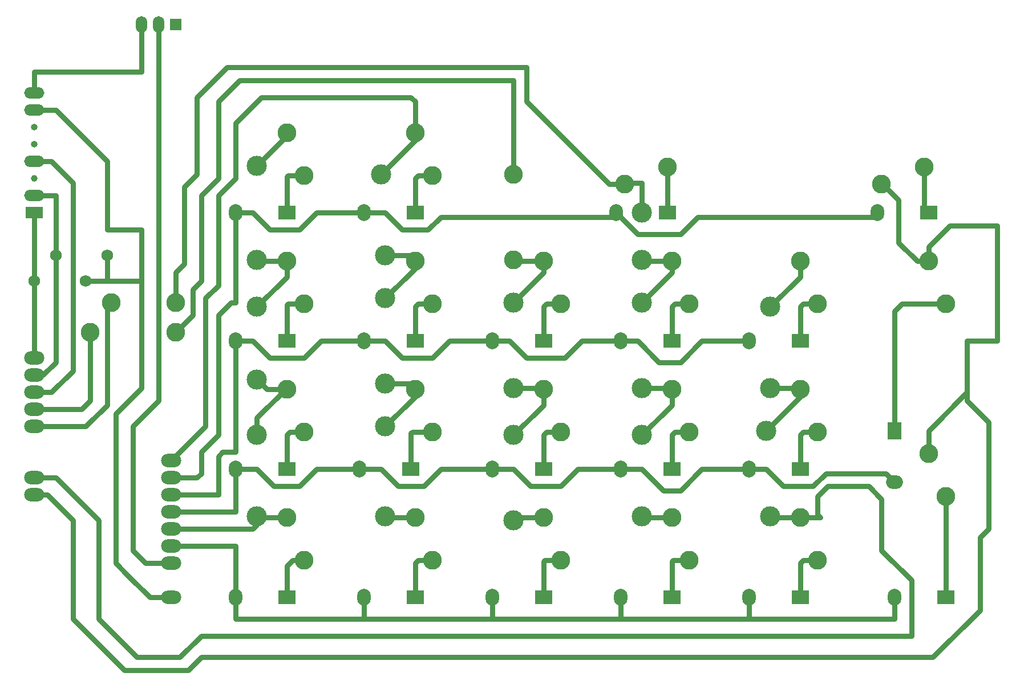
<source format=gbr>
G04 #@! TF.FileFunction,Copper,L2,Bot*
%FSLAX46Y46*%
G04 Gerber Fmt 4.6, Leading zero omitted, Abs format (unit mm)*
G04 Created by KiCad (PCBNEW 4.0.7) date 05/24/18 16:56:10*
%MOMM*%
%LPD*%
G01*
G04 APERTURE LIST*
%ADD10C,0.150000*%
%ADD11O,3.000000X2.000000*%
%ADD12R,2.500000X1.700000*%
%ADD13O,3.000000X1.700000*%
%ADD14C,1.000000*%
%ADD15O,1.000000X1.000000*%
%ADD16R,2.500000X2.000000*%
%ADD17O,2.000000X2.500000*%
%ADD18R,2.000000X2.500000*%
%ADD19O,2.500000X2.000000*%
%ADD20C,2.800000*%
%ADD21C,1.750000*%
%ADD22R,1.700000X1.700000*%
%ADD23O,1.700000X2.500000*%
%ADD24C,3.000000*%
%ADD25C,0.750000*%
G04 APERTURE END LIST*
D10*
D11*
X16510000Y-81915000D03*
X16510000Y-76835000D03*
X16510000Y-74295000D03*
X16510000Y-71755000D03*
X16510000Y-69215000D03*
X16510000Y-66675000D03*
X16510000Y-64135000D03*
X16510000Y-61595000D03*
X-3810000Y-46355000D03*
X-3810000Y-48895000D03*
X-3810000Y-51435000D03*
X-3810000Y-53975000D03*
X-3810000Y-56515000D03*
X-3810000Y-64135000D03*
X-3810000Y-66675000D03*
D12*
X-3810000Y-24765000D03*
D13*
X-3810000Y-22225000D03*
D14*
X-3810000Y-19685000D03*
D13*
X-3810000Y-17145000D03*
D15*
X-3810000Y-14605000D03*
X-3810000Y-12065000D03*
D13*
X-3810000Y-9525000D03*
X-3810000Y-6985000D03*
D16*
X33655000Y-81915000D03*
D17*
X26035000Y-81915000D03*
D16*
X33655000Y-62865000D03*
D17*
X26035000Y-62865000D03*
D16*
X33655000Y-43815000D03*
D17*
X26035000Y-43815000D03*
D16*
X33655000Y-24765000D03*
D17*
X26035000Y-24765000D03*
D16*
X52705000Y-81915000D03*
D17*
X45085000Y-81915000D03*
D16*
X52070000Y-62865000D03*
D17*
X44450000Y-62865000D03*
D16*
X52705000Y-43815000D03*
D17*
X45085000Y-43815000D03*
D16*
X52705000Y-24765000D03*
D17*
X45085000Y-24765000D03*
D16*
X71755000Y-81915000D03*
D17*
X64135000Y-81915000D03*
D16*
X71755000Y-62865000D03*
D17*
X64135000Y-62865000D03*
D16*
X71755000Y-43815000D03*
D17*
X64135000Y-43815000D03*
D16*
X90170000Y-24765000D03*
D17*
X82550000Y-24765000D03*
D16*
X90805000Y-81915000D03*
D17*
X83185000Y-81915000D03*
D16*
X90805000Y-62865000D03*
D17*
X83185000Y-62865000D03*
D16*
X90805000Y-43815000D03*
D17*
X83185000Y-43815000D03*
D16*
X109855000Y-81915000D03*
D17*
X102235000Y-81915000D03*
D16*
X109855000Y-62865000D03*
D17*
X102235000Y-62865000D03*
D16*
X109855000Y-43815000D03*
D17*
X102235000Y-43815000D03*
D16*
X128905000Y-24765000D03*
D17*
X121285000Y-24765000D03*
D16*
X131445000Y-81915000D03*
D17*
X123825000Y-81915000D03*
D18*
X123825000Y-57150000D03*
D19*
X123825000Y-64770000D03*
D20*
X33616500Y-70044500D03*
X36156500Y-76394500D03*
X33616500Y-50994500D03*
X36156500Y-57344500D03*
X33616500Y-31944500D03*
X36156500Y-38294500D03*
X33616500Y-12894500D03*
X36156500Y-19244500D03*
X52666500Y-70044500D03*
X55206500Y-76394500D03*
X52666500Y-50994500D03*
X55206500Y-57344500D03*
X52666500Y-31944500D03*
X55206500Y-38294500D03*
X52666500Y-12894500D03*
X55206500Y-19244500D03*
X71716500Y-70044500D03*
X74256500Y-76394500D03*
X71716500Y-50994500D03*
X74256500Y-57344500D03*
X71716500Y-31944500D03*
X74256500Y-38294500D03*
X83781500Y-20514500D03*
X90131500Y-17974500D03*
X90766500Y-70044500D03*
X93306500Y-76394500D03*
X90766500Y-50994500D03*
X93306500Y-57344500D03*
X90766500Y-31944500D03*
X93306500Y-38294500D03*
X109816500Y-70044500D03*
X112356500Y-76394500D03*
X109816500Y-50994500D03*
X112356500Y-57344500D03*
X109816500Y-31944500D03*
X112356500Y-38294500D03*
X121881500Y-20514500D03*
X128231500Y-17974500D03*
X128866500Y-60519500D03*
X131406500Y-66869500D03*
X128866500Y-31944500D03*
X131406500Y-38294500D03*
D21*
X-3810000Y-34925000D03*
X3810000Y-34925000D03*
X6985000Y-31115000D03*
X-635000Y-31115000D03*
D22*
X17145000Y3175000D03*
D23*
X14605000Y3175000D03*
X12065000Y3175000D03*
D24*
X29210000Y-17780000D03*
X29210000Y-31750000D03*
X29210000Y-38735000D03*
X29210000Y-49530000D03*
X29210000Y-57785000D03*
X29210000Y-69850000D03*
X48260000Y-56515000D03*
X48260000Y-69850000D03*
X48260000Y-50165000D03*
X48260000Y-37465000D03*
X48260000Y-31115000D03*
X47625000Y-19050000D03*
D20*
X67310000Y-19050000D03*
X67310000Y-31750000D03*
X4445000Y-42545000D03*
X17145000Y-42545000D03*
D24*
X67310000Y-57785000D03*
X67310000Y-70485000D03*
X67310000Y-50800000D03*
X67310000Y-38100000D03*
D20*
X7620000Y-38100000D03*
X17145000Y-38100000D03*
D24*
X86360000Y-24765000D03*
X86360000Y-31750000D03*
X86360000Y-57785000D03*
X86360000Y-69850000D03*
X86360000Y-50800000D03*
X86360000Y-38100000D03*
X104775000Y-57150000D03*
X105410000Y-69850000D03*
X105410000Y-50800000D03*
X105410000Y-38735000D03*
D25*
X14605000Y3175000D02*
X14605000Y-635000D01*
X11430000Y-75565000D02*
X12700000Y-76835000D01*
X12700000Y-76835000D02*
X15875000Y-76835000D01*
X15875000Y-76835000D02*
X16510000Y-76835000D01*
X10795000Y-56515000D02*
X14605000Y-52705000D01*
X10795000Y-74930000D02*
X10795000Y-56515000D01*
X11430000Y-75565000D02*
X10795000Y-74930000D01*
X14605000Y0D02*
X14605000Y-635000D01*
X14605000Y-635000D02*
X14605000Y-18415000D01*
X16510000Y-76835000D02*
X12700000Y-76835000D01*
X14605000Y-52705000D02*
X14605000Y-18415000D01*
X26035000Y-81915000D02*
X26035000Y-74295000D01*
X26035000Y-74295000D02*
X16510000Y-74295000D01*
X102235000Y-81915000D02*
X102235000Y-85090000D01*
X83185000Y-81915000D02*
X83185000Y-85090000D01*
X64135000Y-81915000D02*
X64135000Y-85090000D01*
X45085000Y-81915000D02*
X45085000Y-85090000D01*
X123825000Y-81915000D02*
X123825000Y-85090000D01*
X26035000Y-85090000D02*
X26035000Y-81915000D01*
X123825000Y-85090000D02*
X102235000Y-85090000D01*
X102235000Y-85090000D02*
X83185000Y-85090000D01*
X83185000Y-85090000D02*
X64135000Y-85090000D01*
X64135000Y-85090000D02*
X45085000Y-85090000D01*
X45085000Y-85090000D02*
X26035000Y-85090000D01*
X26035000Y-62865000D02*
X26035000Y-69215000D01*
X26035000Y-69215000D02*
X16510000Y-69215000D01*
X102235000Y-62865000D02*
X104775000Y-62865000D01*
X122555000Y-63500000D02*
X123825000Y-64770000D01*
X113665000Y-63500000D02*
X122555000Y-63500000D01*
X111760000Y-65405000D02*
X113665000Y-63500000D01*
X107315000Y-65405000D02*
X111760000Y-65405000D01*
X104775000Y-62865000D02*
X107315000Y-65405000D01*
X83185000Y-62865000D02*
X86360000Y-62865000D01*
X95250000Y-62865000D02*
X102235000Y-62865000D01*
X92075000Y-66040000D02*
X95250000Y-62865000D01*
X89535000Y-66040000D02*
X92075000Y-66040000D01*
X86360000Y-62865000D02*
X89535000Y-66040000D01*
X64135000Y-62865000D02*
X67310000Y-62865000D01*
X76835000Y-62865000D02*
X83185000Y-62865000D01*
X74295000Y-65405000D02*
X76835000Y-62865000D01*
X69850000Y-65405000D02*
X74295000Y-65405000D01*
X67310000Y-62865000D02*
X69850000Y-65405000D01*
X44450000Y-62865000D02*
X47625000Y-62865000D01*
X56515000Y-62865000D02*
X64135000Y-62865000D01*
X53975000Y-65405000D02*
X56515000Y-62865000D01*
X50165000Y-65405000D02*
X53975000Y-65405000D01*
X47625000Y-62865000D02*
X50165000Y-65405000D01*
X26035000Y-62865000D02*
X29210000Y-62865000D01*
X38100000Y-62865000D02*
X44450000Y-62865000D01*
X35560000Y-65405000D02*
X38100000Y-62865000D01*
X31750000Y-65405000D02*
X35560000Y-65405000D01*
X29210000Y-62865000D02*
X31750000Y-65405000D01*
X23495000Y-60960000D02*
X23495000Y-66675000D01*
X26035000Y-60325000D02*
X24130000Y-60325000D01*
X24130000Y-60325000D02*
X23495000Y-60960000D01*
X26035000Y-43815000D02*
X26035000Y-60325000D01*
X23495000Y-66675000D02*
X17145000Y-66675000D01*
X17145000Y-66675000D02*
X16510000Y-66675000D01*
X83185000Y-43815000D02*
X85725000Y-43815000D01*
X95250000Y-43815000D02*
X102235000Y-43815000D01*
X92075000Y-46990000D02*
X95250000Y-43815000D01*
X88900000Y-46990000D02*
X92075000Y-46990000D01*
X85725000Y-43815000D02*
X88900000Y-46990000D01*
X64135000Y-43815000D02*
X66675000Y-43815000D01*
X77470000Y-43815000D02*
X83185000Y-43815000D01*
X74930000Y-46355000D02*
X77470000Y-43815000D01*
X69215000Y-46355000D02*
X74930000Y-46355000D01*
X66675000Y-43815000D02*
X69215000Y-46355000D01*
X45085000Y-43815000D02*
X48260000Y-43815000D01*
X57785000Y-43815000D02*
X64135000Y-43815000D01*
X55245000Y-46355000D02*
X57785000Y-43815000D01*
X50800000Y-46355000D02*
X55245000Y-46355000D01*
X48260000Y-43815000D02*
X50800000Y-46355000D01*
X26035000Y-43815000D02*
X28575000Y-43815000D01*
X38735000Y-43815000D02*
X45085000Y-43815000D01*
X36195000Y-46355000D02*
X38735000Y-43815000D01*
X31115000Y-46355000D02*
X36195000Y-46355000D01*
X28575000Y-43815000D02*
X31115000Y-46355000D01*
X23495000Y-40005000D02*
X23495000Y-57785000D01*
X23495000Y-40005000D02*
X25400000Y-38100000D01*
X25400000Y-38100000D02*
X26035000Y-38100000D01*
X26035000Y-24765000D02*
X26035000Y-38100000D01*
X20320000Y-64135000D02*
X16510000Y-64135000D01*
X20955000Y-63500000D02*
X20320000Y-64135000D01*
X20955000Y-60325000D02*
X20955000Y-63500000D01*
X23495000Y-57785000D02*
X20955000Y-60325000D01*
X120650000Y-25400000D02*
X94615000Y-25400000D01*
X94615000Y-25400000D02*
X92075000Y-27940000D01*
X92075000Y-27940000D02*
X85725000Y-27940000D01*
X82550000Y-24765000D02*
X85725000Y-27940000D01*
X120650000Y-25400000D02*
X121285000Y-24765000D01*
X45085000Y-24765000D02*
X48260000Y-24765000D01*
X56515000Y-25400000D02*
X81915000Y-25400000D01*
X54610000Y-27305000D02*
X56515000Y-25400000D01*
X50800000Y-27305000D02*
X54610000Y-27305000D01*
X48260000Y-24765000D02*
X50800000Y-27305000D01*
X81915000Y-25400000D02*
X82550000Y-24765000D01*
X26035000Y-24765000D02*
X28575000Y-24765000D01*
X38100000Y-24765000D02*
X45085000Y-24765000D01*
X35560000Y-27305000D02*
X38100000Y-24765000D01*
X31115000Y-27305000D02*
X35560000Y-27305000D01*
X28575000Y-24765000D02*
X31115000Y-27305000D01*
X29210000Y-69850000D02*
X29210000Y-71120000D01*
X28575000Y-71755000D02*
X16510000Y-71755000D01*
X29210000Y-71120000D02*
X28575000Y-71755000D01*
X33616500Y-31944500D02*
X29404500Y-31944500D01*
X29210000Y-17780000D02*
X33655000Y-13335000D01*
X29404500Y-31944500D02*
X29210000Y-31750000D01*
X33655000Y-13335000D02*
X33655000Y-12700000D01*
X33655000Y-12700000D02*
X33616500Y-12894500D01*
X33616500Y-50994500D02*
X30674500Y-50994500D01*
X33655000Y-34290000D02*
X33655000Y-32385000D01*
X29210000Y-38735000D02*
X33655000Y-34290000D01*
X30674500Y-50994500D02*
X29210000Y-49530000D01*
X33655000Y-32385000D02*
X33616500Y-31944500D01*
X29210000Y-57785000D02*
X29210000Y-55245000D01*
X29210000Y-55245000D02*
X33655000Y-50800000D01*
X33655000Y-50800000D02*
X33616500Y-50994500D01*
X33616500Y-70044500D02*
X29404500Y-70044500D01*
X29404500Y-70044500D02*
X29210000Y-69850000D01*
X33655000Y-50800000D02*
X33616500Y-50994500D01*
X21590000Y-37465000D02*
X21590000Y-56515000D01*
X21590000Y-37465000D02*
X23495000Y-35560000D01*
X23495000Y-35560000D02*
X23495000Y-22225000D01*
X23495000Y-22225000D02*
X26035000Y-19685000D01*
X26035000Y-19685000D02*
X26035000Y-11430000D01*
X26035000Y-11430000D02*
X29845000Y-7620000D01*
X29845000Y-7620000D02*
X52070000Y-7620000D01*
X52070000Y-7620000D02*
X52705000Y-8255000D01*
X52705000Y-12700000D02*
X52705000Y-8255000D01*
X21590000Y-56515000D02*
X16510000Y-61595000D01*
X52705000Y-12700000D02*
X52666500Y-12894500D01*
X52666500Y-70044500D02*
X48454500Y-70044500D01*
X48260000Y-56515000D02*
X52705000Y-52070000D01*
X48454500Y-70044500D02*
X48260000Y-69850000D01*
X52705000Y-52070000D02*
X52705000Y-50165000D01*
X52705000Y-50165000D02*
X48260000Y-50165000D01*
X48260000Y-37465000D02*
X52705000Y-33020000D01*
X52705000Y-33020000D02*
X52705000Y-31750000D01*
X52705000Y-31750000D02*
X52070000Y-31115000D01*
X52070000Y-31115000D02*
X48260000Y-31115000D01*
X47625000Y-19050000D02*
X52705000Y-13970000D01*
X52705000Y-13970000D02*
X52705000Y-12700000D01*
X20955000Y-34290000D02*
X20955000Y-34925000D01*
X4445000Y-52705000D02*
X3175000Y-53975000D01*
X-3810000Y-53975000D02*
X3175000Y-53975000D01*
X67504500Y-31944500D02*
X71716500Y-31944500D01*
X20955000Y-22225000D02*
X20955000Y-34290000D01*
X23495000Y-19685000D02*
X20955000Y-22225000D01*
X23495000Y-8255000D02*
X23495000Y-19685000D01*
X26670000Y-5080000D02*
X23495000Y-8255000D01*
X67310000Y-5080000D02*
X26670000Y-5080000D01*
X67310000Y-19050000D02*
X67310000Y-5080000D01*
X67504500Y-31944500D02*
X67310000Y-31750000D01*
X4445000Y-42545000D02*
X4445000Y-52705000D01*
X19685000Y-40005000D02*
X17145000Y-42545000D01*
X19685000Y-36195000D02*
X19685000Y-40005000D01*
X20955000Y-34925000D02*
X19685000Y-36195000D01*
X71716500Y-70044500D02*
X67750500Y-70044500D01*
X71755000Y-53340000D02*
X71755000Y-50800000D01*
X67310000Y-57785000D02*
X71755000Y-53340000D01*
X67750500Y-70044500D02*
X67310000Y-70485000D01*
X71755000Y-50800000D02*
X67310000Y-50800000D01*
X67310000Y-38100000D02*
X71755000Y-33655000D01*
X71755000Y-33655000D02*
X71755000Y-31750000D01*
X71755000Y-31750000D02*
X71716500Y-31944500D01*
X18415000Y-30480000D02*
X18415000Y-32385000D01*
X83781500Y-20514500D02*
X81474500Y-20514500D01*
X18415000Y-20955000D02*
X18415000Y-30480000D01*
X20320000Y-19050000D02*
X18415000Y-20955000D01*
X20320000Y-7620000D02*
X20320000Y-19050000D01*
X24765000Y-3175000D02*
X20320000Y-7620000D01*
X69215000Y-3175000D02*
X24765000Y-3175000D01*
X69215000Y-8255000D02*
X69215000Y-3175000D01*
X81474500Y-20514500D02*
X69215000Y-8255000D01*
X6985000Y-38735000D02*
X6985000Y-53340000D01*
X7620000Y-38100000D02*
X6985000Y-38735000D01*
X17145000Y-33655000D02*
X17145000Y-38100000D01*
X18415000Y-32385000D02*
X17145000Y-33655000D01*
X6985000Y-53340000D02*
X3810000Y-56515000D01*
X-3810000Y-56515000D02*
X3810000Y-56515000D01*
X3810000Y-56515000D02*
X6985000Y-53340000D01*
X90766500Y-31944500D02*
X86554500Y-31944500D01*
X86360000Y-20320000D02*
X83820000Y-20320000D01*
X86360000Y-24765000D02*
X86360000Y-20320000D01*
X86554500Y-31944500D02*
X86360000Y-31750000D01*
X83820000Y-20320000D02*
X83781500Y-20514500D01*
X90766500Y-31944500D02*
X90766500Y-31788500D01*
X90766500Y-31788500D02*
X90805000Y-31750000D01*
X90805000Y-31750000D02*
X90766500Y-31944500D01*
X90766500Y-70044500D02*
X86554500Y-70044500D01*
X90805000Y-53340000D02*
X90805000Y-50800000D01*
X86360000Y-57785000D02*
X90805000Y-53340000D01*
X86554500Y-70044500D02*
X86360000Y-69850000D01*
X90805000Y-50800000D02*
X86360000Y-50800000D01*
X86360000Y-38100000D02*
X90805000Y-33655000D01*
X90805000Y-33655000D02*
X90805000Y-31750000D01*
X90805000Y-31750000D02*
X90766500Y-31944500D01*
X1905000Y-66675000D02*
X5715000Y-70485000D01*
X5715000Y-85090000D02*
X11430000Y-90805000D01*
X5715000Y-70485000D02*
X5715000Y-85090000D01*
X112835500Y-70044500D02*
X112395000Y-69604000D01*
X20955000Y-87630000D02*
X17780000Y-90805000D01*
X17780000Y-90805000D02*
X11430000Y-90805000D01*
X109816500Y-70044500D02*
X112835500Y-70044500D01*
X126365000Y-87630000D02*
X20955000Y-87630000D01*
X126365000Y-79375000D02*
X126365000Y-87630000D01*
X121920000Y-74930000D02*
X126365000Y-79375000D01*
X121920000Y-67310000D02*
X121920000Y-74930000D01*
X120015000Y-65405000D02*
X121920000Y-67310000D01*
X113895002Y-65405000D02*
X120015000Y-65405000D01*
X112395000Y-66905002D02*
X113895002Y-65405000D01*
X112395000Y-69604000D02*
X112395000Y-66905002D01*
X-635000Y-64135000D02*
X-3810000Y-64135000D01*
X1905000Y-66675000D02*
X-635000Y-64135000D01*
X109816500Y-70044500D02*
X105604500Y-70044500D01*
X104775000Y-57150000D02*
X109855000Y-52070000D01*
X105604500Y-70044500D02*
X105410000Y-69850000D01*
X109855000Y-52070000D02*
X109855000Y-50800000D01*
X109855000Y-50800000D02*
X105410000Y-50800000D01*
X105410000Y-38735000D02*
X109855000Y-34290000D01*
X109855000Y-34290000D02*
X109855000Y-31750000D01*
X109855000Y-31750000D02*
X109816500Y-31944500D01*
X9525000Y-92710000D02*
X1905000Y-85090000D01*
X1905000Y-85090000D02*
X1905000Y-84455000D01*
X1905000Y-70485000D02*
X-635000Y-67945000D01*
X-635000Y-67945000D02*
X-1905000Y-66675000D01*
X-1905000Y-66675000D02*
X-3810000Y-66675000D01*
X1905000Y-84455000D02*
X1905000Y-70485000D01*
X139065000Y-26670000D02*
X139065000Y-43815000D01*
X129540000Y-90805000D02*
X136525000Y-83820000D01*
X136525000Y-73025000D02*
X137795000Y-71755000D01*
X136525000Y-83820000D02*
X136525000Y-73025000D01*
X129540000Y-90805000D02*
X20955000Y-90805000D01*
X19050000Y-92710000D02*
X9525000Y-92710000D01*
X20955000Y-90805000D02*
X19050000Y-92710000D01*
X134620000Y-51435000D02*
X134620000Y-52705000D01*
X134620000Y-52705000D02*
X137795000Y-55880000D01*
X137795000Y-55880000D02*
X137795000Y-71755000D01*
X128866500Y-31944500D02*
X127194500Y-31944500D01*
X124460000Y-22860000D02*
X121920000Y-20320000D01*
X124460000Y-29210000D02*
X124460000Y-22860000D01*
X127194500Y-31944500D02*
X124460000Y-29210000D01*
X121920000Y-20320000D02*
X121881500Y-20514500D01*
X128866500Y-60519500D02*
X128866500Y-57188500D01*
X128905000Y-29845000D02*
X128905000Y-31750000D01*
X132080000Y-26670000D02*
X128905000Y-29845000D01*
X139065000Y-26670000D02*
X132080000Y-26670000D01*
X134620000Y-43815000D02*
X139065000Y-43815000D01*
X134620000Y-51435000D02*
X134620000Y-43815000D01*
X128866500Y-57188500D02*
X134620000Y-51435000D01*
X128905000Y-31750000D02*
X128866500Y-31944500D01*
X-3810000Y-34925000D02*
X-3810000Y-36830000D01*
X-3810000Y-27940000D02*
X-3810000Y-36830000D01*
X-3810000Y-36830000D02*
X-3810000Y-46355000D01*
X-3810000Y-27940000D02*
X-3810000Y-24765000D01*
X-3810000Y-46355000D02*
X-3810000Y-24765000D01*
X-635000Y-31115000D02*
X-635000Y-29210000D01*
X-3810000Y-48895000D02*
X-2540000Y-48895000D01*
X-2540000Y-48895000D02*
X-635000Y-46990000D01*
X-635000Y-46990000D02*
X-635000Y-29210000D01*
X-635000Y-29210000D02*
X-635000Y-25400000D01*
X-635000Y-25400000D02*
X-635000Y-24765000D01*
X-635000Y-24765000D02*
X-635000Y-22225000D01*
X-635000Y-22225000D02*
X-3810000Y-22225000D01*
X-3810000Y-22225000D02*
X-635000Y-22225000D01*
X-4445000Y-48895000D02*
X-3810000Y-48895000D01*
X10160000Y-78740000D02*
X8255000Y-76835000D01*
X12065000Y-50800000D02*
X12065000Y-46355000D01*
X8255000Y-54610000D02*
X12065000Y-50800000D01*
X8255000Y-76835000D02*
X8255000Y-54610000D01*
X6985000Y-34925000D02*
X6985000Y-31115000D01*
X12065000Y-34925000D02*
X6985000Y-34925000D01*
X6985000Y-34925000D02*
X3810000Y-34925000D01*
X12065000Y-27305000D02*
X6985000Y-27305000D01*
X6985000Y-27305000D02*
X6985000Y-24765000D01*
X6985000Y-24765000D02*
X6985000Y-17145000D01*
X-635000Y-9525000D02*
X6985000Y-17145000D01*
X12065000Y-46355000D02*
X12065000Y-34925000D01*
X12065000Y-34925000D02*
X12065000Y-27305000D01*
X-635000Y-9525000D02*
X-3810000Y-9525000D01*
X13335000Y-81915000D02*
X16510000Y-81915000D01*
X10160000Y-78740000D02*
X13335000Y-81915000D01*
X-1270000Y-51435000D02*
X1905000Y-48260000D01*
X1905000Y-48260000D02*
X1905000Y-46990000D01*
X1905000Y-20320000D02*
X-1270000Y-17145000D01*
X-3810000Y-17145000D02*
X-1270000Y-17145000D01*
X1905000Y-46990000D02*
X1905000Y-20320000D01*
X-1270000Y-51435000D02*
X-3810000Y-51435000D01*
X36156500Y-76394500D02*
X34484500Y-76394500D01*
X33655000Y-77224000D02*
X33655000Y-81915000D01*
X34484500Y-76394500D02*
X33655000Y-77224000D01*
X36156500Y-57344500D02*
X34095500Y-57344500D01*
X33655000Y-57785000D02*
X33655000Y-62865000D01*
X34095500Y-57344500D02*
X33655000Y-57785000D01*
X36156500Y-38294500D02*
X33849500Y-38294500D01*
X33655000Y-38489000D02*
X33655000Y-43815000D01*
X33849500Y-38294500D02*
X33655000Y-38489000D01*
X36156500Y-19244500D02*
X33849500Y-19244500D01*
X33655000Y-19439000D02*
X33655000Y-24765000D01*
X33849500Y-19244500D02*
X33655000Y-19439000D01*
X55206500Y-76394500D02*
X53145500Y-76394500D01*
X52705000Y-76835000D02*
X52705000Y-81915000D01*
X53145500Y-76394500D02*
X52705000Y-76835000D01*
X55206500Y-57344500D02*
X52264500Y-57344500D01*
X52070000Y-57539000D02*
X52070000Y-62865000D01*
X52264500Y-57344500D02*
X52070000Y-57539000D01*
X55206500Y-38294500D02*
X53145500Y-38294500D01*
X52705000Y-38735000D02*
X52705000Y-43815000D01*
X53145500Y-38294500D02*
X52705000Y-38735000D01*
X55206500Y-19244500D02*
X53145500Y-19244500D01*
X52705000Y-19685000D02*
X52705000Y-24765000D01*
X53145500Y-19244500D02*
X52705000Y-19685000D01*
X74256500Y-76394500D02*
X71949500Y-76394500D01*
X71755000Y-76589000D02*
X71755000Y-81915000D01*
X71949500Y-76394500D02*
X71755000Y-76589000D01*
X74256500Y-57344500D02*
X72195500Y-57344500D01*
X71755000Y-57785000D02*
X71755000Y-62865000D01*
X72195500Y-57344500D02*
X71755000Y-57785000D01*
X74256500Y-38294500D02*
X72195500Y-38294500D01*
X71755000Y-38735000D02*
X71755000Y-43815000D01*
X72195500Y-38294500D02*
X71755000Y-38735000D01*
X90131500Y-17974500D02*
X90131500Y-24726500D01*
X90131500Y-24726500D02*
X90170000Y-24765000D01*
X93306500Y-76394500D02*
X90999500Y-76394500D01*
X90805000Y-76589000D02*
X90805000Y-81915000D01*
X90999500Y-76394500D02*
X90805000Y-76589000D01*
X93306500Y-57344500D02*
X91245500Y-57344500D01*
X90805000Y-57785000D02*
X90805000Y-62865000D01*
X91245500Y-57344500D02*
X90805000Y-57785000D01*
X93306500Y-38294500D02*
X91245500Y-38294500D01*
X90805000Y-38735000D02*
X90805000Y-43180000D01*
X91245500Y-38294500D02*
X90805000Y-38735000D01*
X90805000Y-43180000D02*
X90805000Y-43815000D01*
X112356500Y-76394500D02*
X110295500Y-76394500D01*
X109855000Y-76835000D02*
X109855000Y-81915000D01*
X110295500Y-76394500D02*
X109855000Y-76835000D01*
X112356500Y-57344500D02*
X110295500Y-57344500D01*
X109855000Y-57785000D02*
X109855000Y-62865000D01*
X110295500Y-57344500D02*
X109855000Y-57785000D01*
X112356500Y-38294500D02*
X110295500Y-38294500D01*
X109855000Y-38735000D02*
X109855000Y-43815000D01*
X110295500Y-38294500D02*
X109855000Y-38735000D01*
X128231500Y-17974500D02*
X128231500Y-24091500D01*
X128231500Y-24091500D02*
X128905000Y-24765000D01*
X131406500Y-66869500D02*
X131406500Y-81876500D01*
X131406500Y-81876500D02*
X131445000Y-81915000D01*
X131406500Y-38294500D02*
X124900500Y-38294500D01*
X123825000Y-39370000D02*
X123825000Y-57150000D01*
X124900500Y-38294500D02*
X123825000Y-39370000D01*
X12065000Y3175000D02*
X12065000Y0D01*
X12065000Y-3810000D02*
X-3810000Y-3810000D01*
X-3810000Y-3810000D02*
X-3810000Y-6985000D01*
X12065000Y0D02*
X12065000Y-3810000D01*
M02*

</source>
